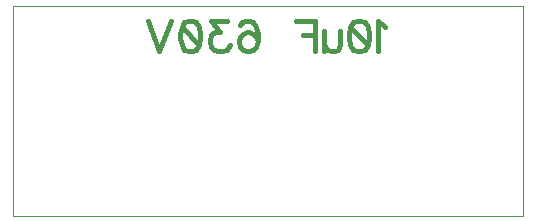
<source format=gbr>
G04 DipTrace 3.1.0.1*
G04 BottomSilk.gbr*
%MOIN*%
G04 #@! TF.FileFunction,Legend,Bot*
G04 #@! TF.Part,Single*
%ADD19C,0.001312*%
%ADD61C,0.015439*%
%FSLAX26Y26*%
G04*
G70*
G90*
G75*
G01*
G04 BotSilk*
%LPD*%
X1344000Y2019000D2*
D19*
X3044000D1*
Y1319000D1*
X1344000D1*
Y2019000D1*
X2585765Y1948568D2*
D61*
X2576148Y1953432D1*
X2561778Y1967691D1*
Y1867322D1*
X2502159Y1967691D2*
X2516529Y1962938D1*
X2526146Y1948568D1*
X2530899Y1924692D1*
Y1910321D1*
X2526146Y1886445D1*
X2516529Y1872075D1*
X2502159Y1867322D1*
X2492653D1*
X2478283Y1872075D1*
X2468777Y1886445D1*
X2463913Y1910321D1*
Y1924692D1*
X2468777Y1948568D1*
X2478283Y1962938D1*
X2492653Y1967691D1*
X2502159D1*
X2468777Y1948568D2*
X2526146Y1886445D1*
X2433034Y1934308D2*
Y1886445D1*
X2428281Y1872185D1*
X2418664Y1867322D1*
X2404294D1*
X2394788Y1872185D1*
X2380418Y1886445D1*
Y1934308D2*
Y1867322D1*
X2287306Y1967802D2*
X2349539D1*
Y1867322D1*
Y1919938D2*
X2311293D1*
X2101856Y1953432D2*
X2106609Y1962938D1*
X2120979Y1967691D1*
X2130485D1*
X2144855Y1962938D1*
X2154472Y1948568D1*
X2159225Y1924692D1*
Y1900815D1*
X2154472Y1881692D1*
X2144855Y1872075D1*
X2130485Y1867322D1*
X2125732D1*
X2111472Y1872075D1*
X2101856Y1881692D1*
X2097102Y1896062D1*
Y1900815D1*
X2101856Y1915185D1*
X2111472Y1924692D1*
X2125732Y1929445D1*
X2130485D1*
X2144855Y1924692D1*
X2154472Y1915185D1*
X2159225Y1900815D1*
X2056607Y1967691D2*
X2004101D1*
X2032730Y1929445D1*
X2018360D1*
X2008854Y1924692D1*
X2004101Y1919938D1*
X1999237Y1905568D1*
Y1896062D1*
X2004101Y1881692D1*
X2013607Y1872075D1*
X2027977Y1867322D1*
X2042347D1*
X2056607Y1872075D1*
X2061360Y1876939D1*
X2066224Y1886445D1*
X1939619Y1967691D2*
X1953989Y1962938D1*
X1963605Y1948568D1*
X1968359Y1924692D1*
Y1910321D1*
X1963605Y1886445D1*
X1953989Y1872075D1*
X1939619Y1867322D1*
X1930112D1*
X1915742Y1872075D1*
X1906236Y1886445D1*
X1901372Y1910321D1*
Y1924692D1*
X1906236Y1948568D1*
X1915742Y1962938D1*
X1930112Y1967691D1*
X1939619D1*
X1906236Y1948568D2*
X1963605Y1886445D1*
X1870493Y1967802D2*
X1832247Y1867322D1*
X1794000Y1967802D1*
M02*

</source>
